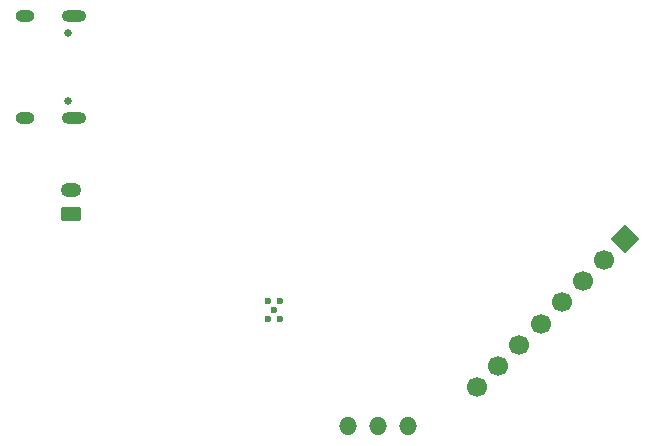
<source format=gbr>
%TF.GenerationSoftware,KiCad,Pcbnew,(7.0.0)*%
%TF.CreationDate,2023-04-01T17:00:43-05:00*%
%TF.ProjectId,pulse_ox_wearable,70756c73-655f-46f7-985f-776561726162,1*%
%TF.SameCoordinates,Original*%
%TF.FileFunction,Soldermask,Bot*%
%TF.FilePolarity,Negative*%
%FSLAX46Y46*%
G04 Gerber Fmt 4.6, Leading zero omitted, Abs format (unit mm)*
G04 Created by KiCad (PCBNEW (7.0.0)) date 2023-04-01 17:00:43*
%MOMM*%
%LPD*%
G01*
G04 APERTURE LIST*
G04 Aperture macros list*
%AMRoundRect*
0 Rectangle with rounded corners*
0 $1 Rounding radius*
0 $2 $3 $4 $5 $6 $7 $8 $9 X,Y pos of 4 corners*
0 Add a 4 corners polygon primitive as box body*
4,1,4,$2,$3,$4,$5,$6,$7,$8,$9,$2,$3,0*
0 Add four circle primitives for the rounded corners*
1,1,$1+$1,$2,$3*
1,1,$1+$1,$4,$5*
1,1,$1+$1,$6,$7*
1,1,$1+$1,$8,$9*
0 Add four rect primitives between the rounded corners*
20,1,$1+$1,$2,$3,$4,$5,0*
20,1,$1+$1,$4,$5,$6,$7,0*
20,1,$1+$1,$6,$7,$8,$9,0*
20,1,$1+$1,$8,$9,$2,$3,0*%
%AMHorizOval*
0 Thick line with rounded ends*
0 $1 width*
0 $2 $3 position (X,Y) of the first rounded end (center of the circle)*
0 $4 $5 position (X,Y) of the second rounded end (center of the circle)*
0 Add line between two ends*
20,1,$1,$2,$3,$4,$5,0*
0 Add two circle primitives to create the rounded ends*
1,1,$1,$2,$3*
1,1,$1,$4,$5*%
%AMRotRect*
0 Rectangle, with rotation*
0 The origin of the aperture is its center*
0 $1 length*
0 $2 width*
0 $3 Rotation angle, in degrees counterclockwise*
0 Add horizontal line*
21,1,$1,$2,0,0,$3*%
G04 Aperture macros list end*
%ADD10C,0.600000*%
%ADD11C,0.650000*%
%ADD12O,2.100000X1.000000*%
%ADD13O,1.600000X1.000000*%
%ADD14O,1.524000X1.524000*%
%ADD15RotRect,1.700000X1.700000X315.000000*%
%ADD16HorizOval,1.700000X0.000000X0.000000X0.000000X0.000000X0*%
%ADD17RoundRect,0.250000X0.625000X-0.350000X0.625000X0.350000X-0.625000X0.350000X-0.625000X-0.350000X0*%
%ADD18O,1.750000X1.200000*%
G04 APERTURE END LIST*
D10*
%TO.C,U4*%
X88050000Y-79120000D03*
X88050000Y-77620000D03*
X87550000Y-78370000D03*
X87050000Y-79120000D03*
X87050000Y-77620000D03*
%TD*%
D11*
%TO.C,J2*%
X70100000Y-54910000D03*
X70100000Y-60690000D03*
D12*
X70629999Y-53479999D03*
D13*
X66449999Y-53479999D03*
D12*
X70629999Y-62119999D03*
D13*
X66449999Y-62119999D03*
%TD*%
D14*
%TO.C,SW1*%
X93759999Y-88199999D03*
X96299999Y-88199999D03*
X98839999Y-88199999D03*
%TD*%
D15*
%TO.C,J4*%
X117280255Y-72319743D03*
D16*
X115484204Y-74115794D03*
X113688153Y-75911845D03*
X111892101Y-77707897D03*
X110096050Y-79503948D03*
X108299999Y-81299999D03*
X106503948Y-83096050D03*
X104707896Y-84892102D03*
%TD*%
D17*
%TO.C,J1*%
X70350000Y-70200000D03*
D18*
X70349999Y-68199999D03*
%TD*%
M02*

</source>
